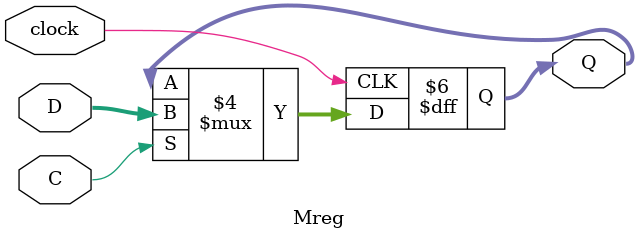
<source format=v>
module Mreg (
    Q,
    D,
    clock,
    C
);
  input [3:0] D;
  input clock, C;
  output [3:0] Q;

  reg [3:0] Q;

  parameter Load = 1'b1, Hold = 1'b0;


  always @(posedge clock) begin
    if (C == Load) Q = D;
    else;
  end
endmodule

</source>
